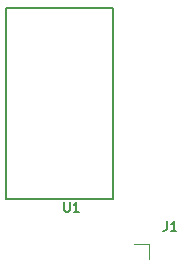
<source format=gto>
%TF.GenerationSoftware,KiCad,Pcbnew,7.0.10*%
%TF.CreationDate,2024-02-19T13:55:26+09:00*%
%TF.ProjectId,trackball,74726163-6b62-4616-9c6c-2e6b69636164,rev?*%
%TF.SameCoordinates,Original*%
%TF.FileFunction,Legend,Top*%
%TF.FilePolarity,Positive*%
%FSLAX46Y46*%
G04 Gerber Fmt 4.6, Leading zero omitted, Abs format (unit mm)*
G04 Created by KiCad (PCBNEW 7.0.10) date 2024-02-19 13:55:26*
%MOMM*%
%LPD*%
G01*
G04 APERTURE LIST*
%ADD10C,0.150000*%
%ADD11C,0.120000*%
%ADD12C,0.200000*%
G04 APERTURE END LIST*
D10*
X56723333Y-61387295D02*
X56723333Y-61958723D01*
X56723333Y-61958723D02*
X56685238Y-62073009D01*
X56685238Y-62073009D02*
X56609047Y-62149200D01*
X56609047Y-62149200D02*
X56494762Y-62187295D01*
X56494762Y-62187295D02*
X56418571Y-62187295D01*
X57523333Y-62187295D02*
X57066190Y-62187295D01*
X57294762Y-62187295D02*
X57294762Y-61387295D01*
X57294762Y-61387295D02*
X57218571Y-61501580D01*
X57218571Y-61501580D02*
X57142381Y-61577771D01*
X57142381Y-61577771D02*
X57066190Y-61615866D01*
X48010476Y-59772295D02*
X48010476Y-60419914D01*
X48010476Y-60419914D02*
X48048571Y-60496104D01*
X48048571Y-60496104D02*
X48086666Y-60534200D01*
X48086666Y-60534200D02*
X48162857Y-60572295D01*
X48162857Y-60572295D02*
X48315238Y-60572295D01*
X48315238Y-60572295D02*
X48391428Y-60534200D01*
X48391428Y-60534200D02*
X48429523Y-60496104D01*
X48429523Y-60496104D02*
X48467619Y-60419914D01*
X48467619Y-60419914D02*
X48467619Y-59772295D01*
X49267618Y-60572295D02*
X48810475Y-60572295D01*
X49039047Y-60572295D02*
X49039047Y-59772295D01*
X49039047Y-59772295D02*
X48962856Y-59886580D01*
X48962856Y-59886580D02*
X48886666Y-59962771D01*
X48886666Y-59962771D02*
X48810475Y-60000866D01*
D11*
%TO.C,J1*%
X53950000Y-63305000D02*
X55220000Y-63305000D01*
X55220000Y-63305000D02*
X55220000Y-64575000D01*
D12*
%TO.C,U1*%
X43050000Y-43290000D02*
X43050000Y-59490000D01*
X43050000Y-59490000D02*
X52150000Y-59490000D01*
X52150000Y-43290000D02*
X43050000Y-43290000D01*
X52150000Y-59490000D02*
X52150000Y-43290000D01*
%TD*%
M02*

</source>
